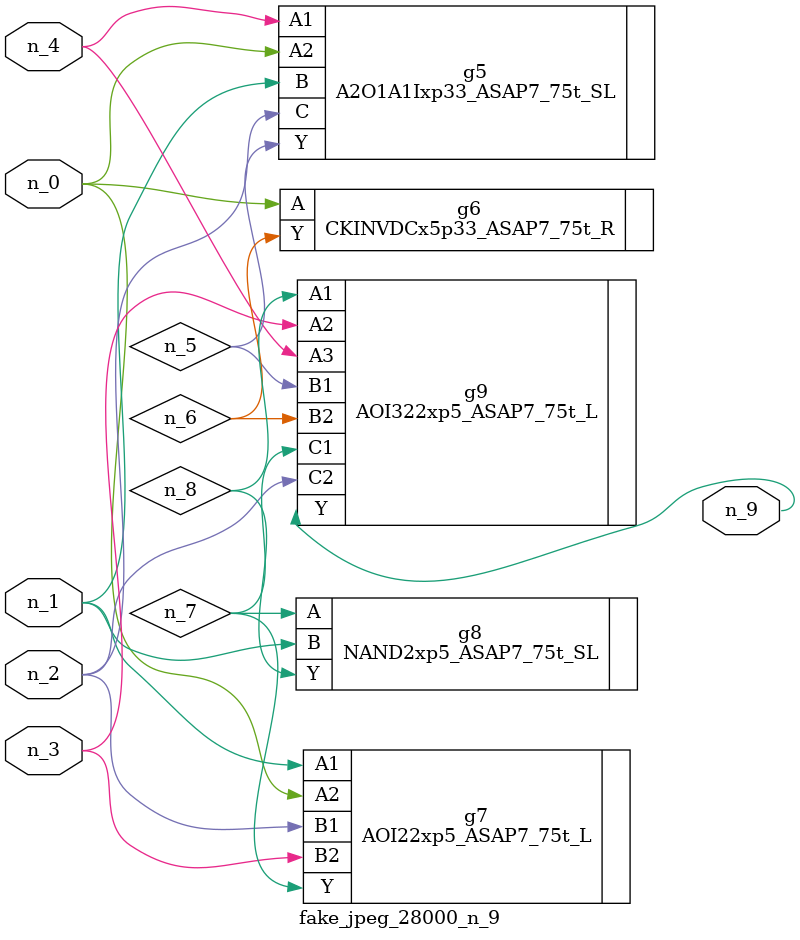
<source format=v>
module fake_jpeg_28000_n_9 (n_3, n_2, n_1, n_0, n_4, n_9);

input n_3;
input n_2;
input n_1;
input n_0;
input n_4;

output n_9;

wire n_8;
wire n_6;
wire n_5;
wire n_7;

A2O1A1Ixp33_ASAP7_75t_SL g5 ( 
.A1(n_4),
.A2(n_0),
.B(n_1),
.C(n_2),
.Y(n_5)
);

CKINVDCx5p33_ASAP7_75t_R g6 ( 
.A(n_0),
.Y(n_6)
);

AOI22xp5_ASAP7_75t_L g7 ( 
.A1(n_1),
.A2(n_0),
.B1(n_2),
.B2(n_3),
.Y(n_7)
);

NAND2xp5_ASAP7_75t_SL g8 ( 
.A(n_7),
.B(n_1),
.Y(n_8)
);

AOI322xp5_ASAP7_75t_L g9 ( 
.A1(n_8),
.A2(n_3),
.A3(n_4),
.B1(n_5),
.B2(n_6),
.C1(n_7),
.C2(n_2),
.Y(n_9)
);


endmodule
</source>
